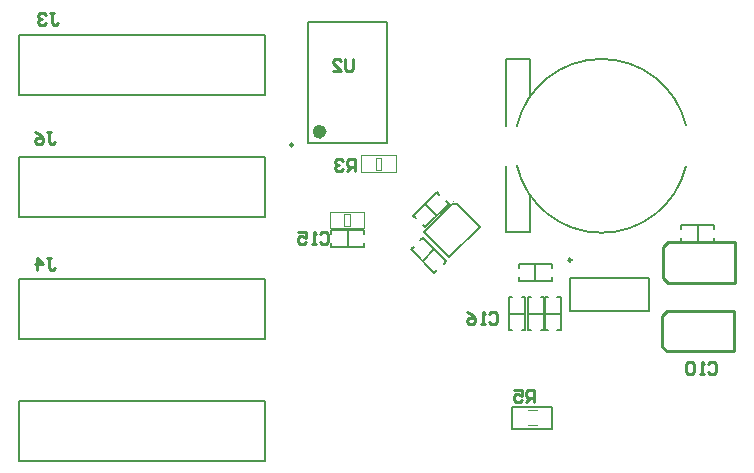
<source format=gbo>
G04*
G04 #@! TF.GenerationSoftware,Altium Limited,Altium Designer,21.0.8 (223)*
G04*
G04 Layer_Color=32896*
%FSTAX24Y24*%
%MOIN*%
G70*
G04*
G04 #@! TF.SameCoordinates,2867BDE3-1686-46F1-8F54-3A33D440E248*
G04*
G04*
G04 #@! TF.FilePolarity,Positive*
G04*
G01*
G75*
%ADD11C,0.0098*%
%ADD12C,0.0236*%
%ADD13C,0.0079*%
%ADD16C,0.0100*%
%ADD17C,0.0059*%
%ADD18C,0.0040*%
%ADD19C,0.0050*%
%ADD20C,0.0039*%
D11*
X060399Y030221D02*
G03*
X060399Y030221I-000049J0D01*
G01*
X06968Y026382D02*
G03*
X06968Y026382I-000049J0D01*
G01*
D12*
X061403Y030662D02*
G03*
X061403Y030662I-000118J0D01*
G01*
D13*
X067861Y029543D02*
G03*
X073501Y029516I002823J000647D01*
G01*
Y030864D02*
G03*
X067861Y030837I-002817J-000674D01*
G01*
X051272Y0339D02*
X059468Y0339D01*
X051272Y0319D02*
Y0339D01*
Y0319D02*
X059468Y0319D01*
Y0339D01*
X051272Y029833D02*
X059468D01*
X051272Y027833D02*
Y029833D01*
Y027833D02*
X059468Y027833D01*
X059468Y029833D01*
Y023767D02*
Y025767D01*
X051272Y023767D02*
X059468D01*
X051272D02*
Y025767D01*
X059468D01*
X060891Y030269D02*
X063529D01*
X060891D02*
Y034324D01*
X063529D01*
Y030269D02*
Y034324D01*
X065867Y028235D02*
X066619Y027484D01*
X0657Y028235D02*
X065867D01*
X064781Y027316D02*
X0657Y028235D01*
X064781Y027316D02*
X065616Y026481D01*
X066619Y027484D01*
X072269Y024689D02*
Y025791D01*
X069631Y024689D02*
Y025791D01*
Y024689D02*
X072269D01*
X069631Y025791D02*
X072269D01*
X068284Y03181D02*
X068284Y03307D01*
X067504D02*
X068284D01*
X067504Y03085D02*
Y03307D01*
X068284Y02857D02*
X068284Y02731D01*
X067504D02*
X068284D01*
X067504D02*
Y02953D01*
X051272Y0217D02*
X059468Y0217D01*
X051272Y0197D02*
Y0217D01*
Y0197D02*
X059468D01*
Y0217D01*
D16*
X072866Y023341D02*
X075091D01*
X072866Y024679D02*
X075091D01*
Y023341D02*
Y024679D01*
X072709Y023498D02*
Y024522D01*
X072866Y024679D01*
X072709Y023498D02*
X072866Y023341D01*
X072739Y025788D02*
X072896Y025631D01*
X072739Y026812D02*
X072896Y026969D01*
X072739Y025788D02*
Y026812D01*
X075121Y025631D02*
Y026969D01*
X072896D02*
X075121D01*
X072896Y025631D02*
X075121D01*
X06246Y029365D02*
Y029765D01*
X06226D01*
X062194Y029698D01*
Y029565D01*
X06226Y029498D01*
X06246D01*
X062327D02*
X062194Y029365D01*
X062061Y029698D02*
X061994Y029765D01*
X061861D01*
X061794Y029698D01*
Y029631D01*
X061861Y029565D01*
X061927D01*
X061861D01*
X061794Y029498D01*
Y029431D01*
X061861Y029365D01*
X061994D01*
X062061Y029431D01*
X074233Y022903D02*
X0743Y02297D01*
X074433D01*
X0745Y022903D01*
Y022637D01*
X074433Y02257D01*
X0743D01*
X074233Y022637D01*
X0741Y02257D02*
X073967D01*
X074033D01*
Y02297D01*
X0741Y022903D01*
X073767D02*
X0737Y02297D01*
X073567D01*
X0735Y022903D01*
Y022637D01*
X073567Y02257D01*
X0737D01*
X073767Y022637D01*
Y022903D01*
X061293Y027263D02*
X06136Y02733D01*
X061493D01*
X06156Y027263D01*
Y026997D01*
X061493Y02693D01*
X06136D01*
X061293Y026997D01*
X06116Y02693D02*
X061027D01*
X061093D01*
Y02733D01*
X06116Y027263D01*
X06056Y02733D02*
X060827D01*
Y02713D01*
X060694Y027197D01*
X060627D01*
X06056Y02713D01*
Y026997D01*
X060627Y02693D01*
X06076D01*
X060827Y026997D01*
X066921Y024597D02*
X066988Y024664D01*
X067121D01*
X067188Y024597D01*
Y024331D01*
X067121Y024264D01*
X066988D01*
X066921Y024331D01*
X066788Y024264D02*
X066655D01*
X066721D01*
Y024664D01*
X066788Y024597D01*
X066188Y024664D02*
X066322Y024597D01*
X066455Y024464D01*
Y024331D01*
X066388Y024264D01*
X066255D01*
X066188Y024331D01*
Y024398D01*
X066255Y024464D01*
X066455D01*
X068449Y021641D02*
Y02204D01*
X06825D01*
X068183Y021974D01*
Y021841D01*
X06825Y021774D01*
X068449D01*
X068316D02*
X068183Y021641D01*
X067783Y02204D02*
X06805D01*
Y021841D01*
X067916Y021907D01*
X06785D01*
X067783Y021841D01*
Y021707D01*
X06785Y021641D01*
X067983D01*
X06805Y021707D01*
X052306Y034626D02*
X052439D01*
X052372D01*
Y034292D01*
X052439Y034226D01*
X052506D01*
X052572Y034292D01*
X052172Y034559D02*
X052106Y034626D01*
X051972D01*
X051906Y034559D01*
Y034492D01*
X051972Y034426D01*
X052039D01*
X051972D01*
X051906Y034359D01*
Y034292D01*
X051972Y034226D01*
X052106D01*
X052172Y034292D01*
X052215Y03065D02*
X052349D01*
X052282D01*
Y030317D01*
X052349Y03025D01*
X052415D01*
X052482Y030317D01*
X051815Y03065D02*
X051949Y030583D01*
X052082Y03045D01*
Y030317D01*
X052015Y03025D01*
X051882D01*
X051815Y030317D01*
Y030383D01*
X051882Y03045D01*
X052082D01*
X052212Y02646D02*
X052345D01*
X052279D01*
Y026127D01*
X052345Y02606D01*
X052412D01*
X052479Y026127D01*
X051879Y02606D02*
Y02646D01*
X052079Y02626D01*
X051812D01*
X06239Y03308D02*
Y032747D01*
X062323Y03268D01*
X06219D01*
X062123Y032747D01*
Y03308D01*
X061724Y03268D02*
X06199D01*
X061724Y032947D01*
Y033013D01*
X06179Y03308D01*
X061923D01*
X06199Y033013D01*
D17*
X06222Y026824D02*
Y027376D01*
X062771Y027257D02*
Y027376D01*
X061669D02*
X062771D01*
X061669Y027257D02*
Y027376D01*
Y026824D02*
Y026943D01*
Y026824D02*
X062771D01*
Y026943D01*
X068223Y02459D02*
X068775D01*
X068223Y025141D02*
X068342D01*
X068223Y024039D02*
Y025141D01*
Y024039D02*
X068342D01*
X068657D02*
X068775D01*
Y025141D01*
X068657D02*
X068775D01*
X069217Y025145D02*
X069336D01*
Y024043D02*
Y025145D01*
X069217Y024043D02*
X069336D01*
X068784D02*
X068903D01*
X068784D02*
Y025145D01*
X068903D01*
X068784Y024594D02*
X069336D01*
X067588Y02459D02*
X068139D01*
X067588Y025141D02*
X067706D01*
X067588Y024039D02*
Y025141D01*
Y024039D02*
X067706D01*
X068021D02*
X068139D01*
Y025141D01*
X068021D02*
X068139D01*
X07389Y026997D02*
Y027549D01*
X073339Y026997D02*
Y027115D01*
Y026997D02*
X074441D01*
Y027115D01*
Y02743D02*
Y027549D01*
X073339D02*
X074441D01*
X073339Y02743D02*
Y027549D01*
X067919Y026123D02*
Y026241D01*
X069021D01*
Y026123D02*
Y026241D01*
Y02569D02*
Y025808D01*
X067919Y02569D02*
X069021D01*
X067919D02*
Y025808D01*
X06847Y02569D02*
Y026241D01*
X065115Y025955D02*
X065198Y026039D01*
X064335Y026735D02*
X065115Y025955D01*
X064335Y026735D02*
X064419Y026818D01*
X064642Y027041D02*
X064725Y027125D01*
X065505Y026345D01*
X065421Y026262D02*
X065505Y026345D01*
X064725D02*
X065115Y026735D01*
X065501Y028338D02*
X065585Y028255D01*
X064805Y027475D02*
X065585Y028255D01*
X064722Y027559D02*
X064805Y027475D01*
X064415Y027865D02*
X064499Y027782D01*
X064415Y027865D02*
X065195Y028645D01*
X065278Y028561D01*
X064805Y028255D02*
X065195Y027865D01*
D18*
X06382Y02932D02*
X06382Y029347D01*
X062678Y02932D02*
X06382D01*
X06824Y02137D02*
X06852D01*
X06824Y02087D02*
X06852D01*
X061624Y02797D02*
X061624Y027997D01*
X062766D01*
D19*
X06771Y02076D02*
Y02148D01*
Y02076D02*
X06905D01*
Y02148D01*
X06771D02*
X06905D01*
D20*
X065775Y028347D02*
G03*
X065775Y028347I-00002J0D01*
G01*
X063153Y029797D02*
X06334D01*
X063153Y029397D02*
Y029797D01*
Y029397D02*
X06334D01*
Y029797D01*
X062678Y029875D02*
X06382D01*
X062678Y02932D02*
X062678Y029875D01*
X06382Y029347D02*
Y029875D01*
X062104Y02752D02*
X062291D01*
Y02792D01*
X062104D02*
X062291D01*
X062104Y02752D02*
Y02792D01*
X061624Y027442D02*
X062766D01*
X062766Y027997D01*
X061624Y027442D02*
Y02797D01*
M02*

</source>
